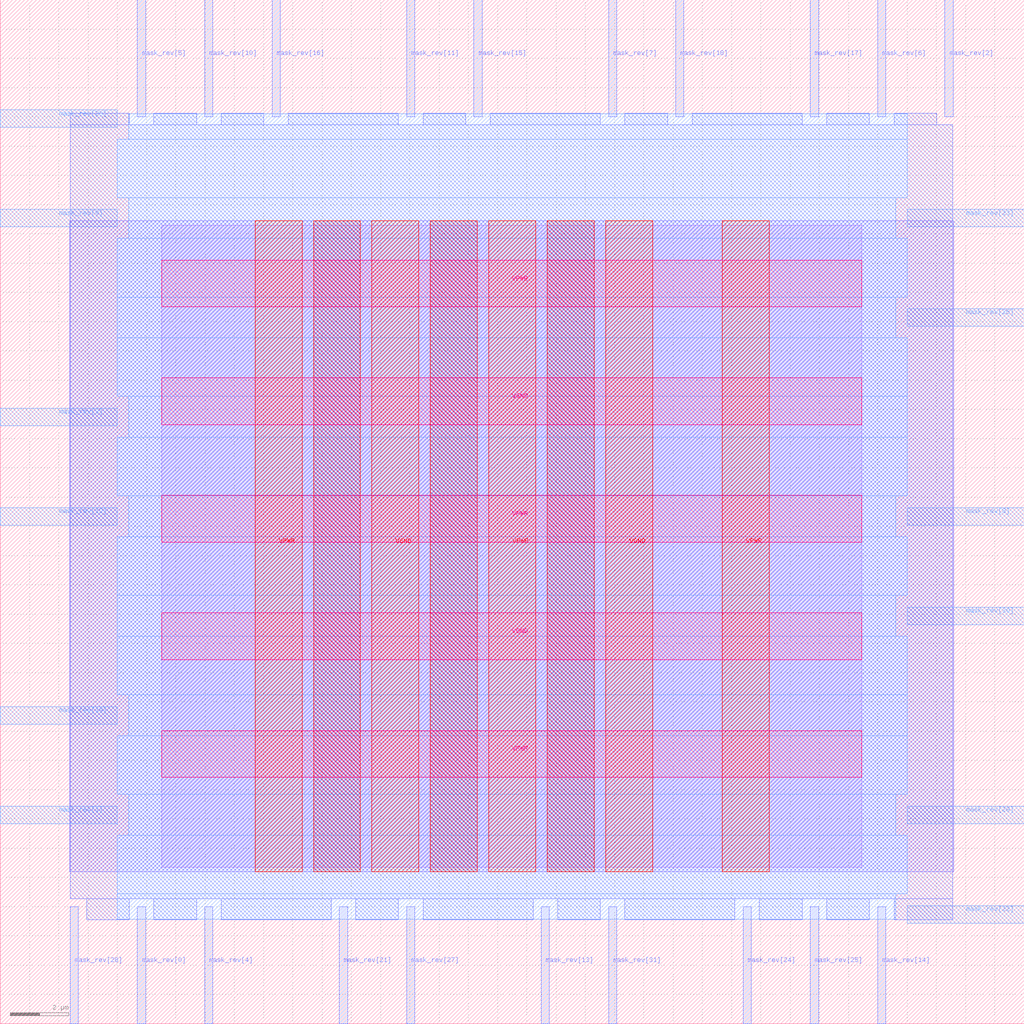
<source format=lef>
VERSION 5.7 ;
  NOWIREEXTENSIONATPIN ON ;
  DIVIDERCHAR "/" ;
  BUSBITCHARS "[]" ;
MACRO user_id_programming
  CLASS BLOCK ;
  FOREIGN user_id_programming ;
  ORIGIN 0.000 0.000 ;
  SIZE 35.000 BY 35.000 ;
  PIN mask_rev[0]
    DIRECTION OUTPUT TRISTATE ;
    USE SIGNAL ;
    PORT
      LAYER met2 ;
        RECT 4.690 0.000 4.970 4.000 ;
    END
  END mask_rev[0]
  PIN mask_rev[10]
    DIRECTION OUTPUT TRISTATE ;
    USE SIGNAL ;
    PORT
      LAYER met2 ;
        RECT 6.990 31.000 7.270 35.000 ;
    END
  END mask_rev[10]
  PIN mask_rev[11]
    DIRECTION OUTPUT TRISTATE ;
    USE SIGNAL ;
    PORT
      LAYER met2 ;
        RECT 13.890 31.000 14.170 35.000 ;
    END
  END mask_rev[11]
  PIN mask_rev[12]
    DIRECTION OUTPUT TRISTATE ;
    USE SIGNAL ;
    PORT
      LAYER met3 ;
        RECT 0.000 17.040 4.000 17.640 ;
    END
  END mask_rev[12]
  PIN mask_rev[13]
    DIRECTION OUTPUT TRISTATE ;
    USE SIGNAL ;
    PORT
      LAYER met2 ;
        RECT 18.490 0.000 18.770 4.000 ;
    END
  END mask_rev[13]
  PIN mask_rev[14]
    DIRECTION OUTPUT TRISTATE ;
    USE SIGNAL ;
    PORT
      LAYER met2 ;
        RECT 29.990 0.000 30.270 4.000 ;
    END
  END mask_rev[14]
  PIN mask_rev[15]
    DIRECTION OUTPUT TRISTATE ;
    USE SIGNAL ;
    PORT
      LAYER met2 ;
        RECT 16.190 31.000 16.470 35.000 ;
    END
  END mask_rev[15]
  PIN mask_rev[16]
    DIRECTION OUTPUT TRISTATE ;
    USE SIGNAL ;
    PORT
      LAYER met2 ;
        RECT 9.290 31.000 9.570 35.000 ;
    END
  END mask_rev[16]
  PIN mask_rev[17]
    DIRECTION OUTPUT TRISTATE ;
    USE SIGNAL ;
    PORT
      LAYER met2 ;
        RECT 27.690 31.000 27.970 35.000 ;
    END
  END mask_rev[17]
  PIN mask_rev[18]
    DIRECTION OUTPUT TRISTATE ;
    USE SIGNAL ;
    PORT
      LAYER met2 ;
        RECT 23.090 31.000 23.370 35.000 ;
    END
  END mask_rev[18]
  PIN mask_rev[19]
    DIRECTION OUTPUT TRISTATE ;
    USE SIGNAL ;
    PORT
      LAYER met3 ;
        RECT 0.000 10.240 4.000 10.840 ;
    END
  END mask_rev[19]
  PIN mask_rev[1]
    DIRECTION OUTPUT TRISTATE ;
    USE SIGNAL ;
    PORT
      LAYER met3 ;
        RECT 0.000 6.840 4.000 7.440 ;
    END
  END mask_rev[1]
  PIN mask_rev[20]
    DIRECTION OUTPUT TRISTATE ;
    USE SIGNAL ;
    PORT
      LAYER met3 ;
        RECT 0.000 30.640 4.000 31.240 ;
    END
  END mask_rev[20]
  PIN mask_rev[21]
    DIRECTION OUTPUT TRISTATE ;
    USE SIGNAL ;
    PORT
      LAYER met2 ;
        RECT 11.590 0.000 11.870 4.000 ;
    END
  END mask_rev[21]
  PIN mask_rev[22]
    DIRECTION OUTPUT TRISTATE ;
    USE SIGNAL ;
    PORT
      LAYER met3 ;
        RECT 31.000 3.440 35.000 4.040 ;
    END
  END mask_rev[22]
  PIN mask_rev[23]
    DIRECTION OUTPUT TRISTATE ;
    USE SIGNAL ;
    PORT
      LAYER met3 ;
        RECT 31.000 27.240 35.000 27.840 ;
    END
  END mask_rev[23]
  PIN mask_rev[24]
    DIRECTION OUTPUT TRISTATE ;
    USE SIGNAL ;
    PORT
      LAYER met2 ;
        RECT 25.390 0.000 25.670 4.000 ;
    END
  END mask_rev[24]
  PIN mask_rev[25]
    DIRECTION OUTPUT TRISTATE ;
    USE SIGNAL ;
    PORT
      LAYER met2 ;
        RECT 27.690 0.000 27.970 4.000 ;
    END
  END mask_rev[25]
  PIN mask_rev[26]
    DIRECTION OUTPUT TRISTATE ;
    USE SIGNAL ;
    PORT
      LAYER met3 ;
        RECT 31.000 23.840 35.000 24.440 ;
    END
  END mask_rev[26]
  PIN mask_rev[27]
    DIRECTION OUTPUT TRISTATE ;
    USE SIGNAL ;
    PORT
      LAYER met2 ;
        RECT 13.890 0.000 14.170 4.000 ;
    END
  END mask_rev[27]
  PIN mask_rev[28]
    DIRECTION OUTPUT TRISTATE ;
    USE SIGNAL ;
    PORT
      LAYER met2 ;
        RECT 2.390 0.000 2.670 4.000 ;
    END
  END mask_rev[28]
  PIN mask_rev[29]
    DIRECTION OUTPUT TRISTATE ;
    USE SIGNAL ;
    PORT
      LAYER met3 ;
        RECT 31.000 6.840 35.000 7.440 ;
    END
  END mask_rev[29]
  PIN mask_rev[2]
    DIRECTION OUTPUT TRISTATE ;
    USE SIGNAL ;
    PORT
      LAYER met2 ;
        RECT 32.290 31.000 32.570 35.000 ;
    END
  END mask_rev[2]
  PIN mask_rev[30]
    DIRECTION OUTPUT TRISTATE ;
    USE SIGNAL ;
    PORT
      LAYER met3 ;
        RECT 31.000 13.640 35.000 14.240 ;
    END
  END mask_rev[30]
  PIN mask_rev[31]
    DIRECTION OUTPUT TRISTATE ;
    USE SIGNAL ;
    PORT
      LAYER met2 ;
        RECT 20.790 0.000 21.070 4.000 ;
    END
  END mask_rev[31]
  PIN mask_rev[3]
    DIRECTION OUTPUT TRISTATE ;
    USE SIGNAL ;
    PORT
      LAYER met3 ;
        RECT 0.000 20.440 4.000 21.040 ;
    END
  END mask_rev[3]
  PIN mask_rev[4]
    DIRECTION OUTPUT TRISTATE ;
    USE SIGNAL ;
    PORT
      LAYER met2 ;
        RECT 6.990 0.000 7.270 4.000 ;
    END
  END mask_rev[4]
  PIN mask_rev[5]
    DIRECTION OUTPUT TRISTATE ;
    USE SIGNAL ;
    PORT
      LAYER met2 ;
        RECT 4.690 31.000 4.970 35.000 ;
    END
  END mask_rev[5]
  PIN mask_rev[6]
    DIRECTION OUTPUT TRISTATE ;
    USE SIGNAL ;
    PORT
      LAYER met2 ;
        RECT 29.990 31.000 30.270 35.000 ;
    END
  END mask_rev[6]
  PIN mask_rev[7]
    DIRECTION OUTPUT TRISTATE ;
    USE SIGNAL ;
    PORT
      LAYER met2 ;
        RECT 20.790 31.000 21.070 35.000 ;
    END
  END mask_rev[7]
  PIN mask_rev[8]
    DIRECTION OUTPUT TRISTATE ;
    USE SIGNAL ;
    PORT
      LAYER met3 ;
        RECT 31.000 17.040 35.000 17.640 ;
    END
  END mask_rev[8]
  PIN mask_rev[9]
    DIRECTION OUTPUT TRISTATE ;
    USE SIGNAL ;
    PORT
      LAYER met3 ;
        RECT 0.000 27.240 4.000 27.840 ;
    END
  END mask_rev[9]
  PIN VPWR
    DIRECTION INOUT ;
    USE POWER ;
    PORT
      LAYER met4 ;
        RECT 24.685 5.200 26.285 27.440 ;
    END
  END VPWR
  PIN VPWR
    DIRECTION INOUT ;
    USE POWER ;
    PORT
      LAYER met4 ;
        RECT 16.700 5.200 18.300 27.440 ;
    END
  END VPWR
  PIN VPWR
    DIRECTION INOUT ;
    USE POWER ;
    PORT
      LAYER met4 ;
        RECT 8.715 5.200 10.315 27.440 ;
    END
  END VPWR
  PIN VPWR
    DIRECTION INOUT ;
    USE POWER ;
    PORT
      LAYER met5 ;
        RECT 5.520 24.500 29.440 26.100 ;
    END
  END VPWR
  PIN VPWR
    DIRECTION INOUT ;
    USE POWER ;
    PORT
      LAYER met5 ;
        RECT 5.520 16.460 29.440 18.060 ;
    END
  END VPWR
  PIN VPWR
    DIRECTION INOUT ;
    USE POWER ;
    PORT
      LAYER met5 ;
        RECT 5.520 8.420 29.440 10.020 ;
    END
  END VPWR
  PIN VGND
    DIRECTION INOUT ;
    USE GROUND ;
    PORT
      LAYER met4 ;
        RECT 20.695 5.200 22.295 27.440 ;
    END
  END VGND
  PIN VGND
    DIRECTION INOUT ;
    USE GROUND ;
    PORT
      LAYER met4 ;
        RECT 12.705 5.200 14.305 27.440 ;
    END
  END VGND
  PIN VGND
    DIRECTION INOUT ;
    USE GROUND ;
    PORT
      LAYER met5 ;
        RECT 5.520 20.480 29.440 22.080 ;
    END
  END VGND
  PIN VGND
    DIRECTION INOUT ;
    USE GROUND ;
    PORT
      LAYER met5 ;
        RECT 5.520 12.440 29.440 14.040 ;
    END
  END VGND
  OBS
      LAYER li1 ;
        RECT 5.520 5.355 29.440 27.285 ;
      LAYER met1 ;
        RECT 2.370 5.200 32.590 27.440 ;
      LAYER met2 ;
        RECT 2.400 30.720 4.410 31.125 ;
        RECT 5.250 30.720 6.710 31.125 ;
        RECT 7.550 30.720 9.010 31.125 ;
        RECT 9.850 30.720 13.610 31.125 ;
        RECT 14.450 30.720 15.910 31.125 ;
        RECT 16.750 30.720 20.510 31.125 ;
        RECT 21.350 30.720 22.810 31.125 ;
        RECT 23.650 30.720 27.410 31.125 ;
        RECT 28.250 30.720 29.710 31.125 ;
        RECT 30.550 30.720 32.010 31.125 ;
        RECT 2.400 4.280 32.560 30.720 ;
        RECT 2.950 3.555 4.410 4.280 ;
        RECT 5.250 3.555 6.710 4.280 ;
        RECT 7.550 3.555 11.310 4.280 ;
        RECT 12.150 3.555 13.610 4.280 ;
        RECT 14.450 3.555 18.210 4.280 ;
        RECT 19.050 3.555 20.510 4.280 ;
        RECT 21.350 3.555 25.110 4.280 ;
        RECT 25.950 3.555 27.410 4.280 ;
        RECT 28.250 3.555 29.710 4.280 ;
        RECT 30.550 3.555 32.560 4.280 ;
      LAYER met3 ;
        RECT 4.400 30.240 31.000 31.105 ;
        RECT 4.000 28.240 31.000 30.240 ;
        RECT 4.400 26.840 30.600 28.240 ;
        RECT 4.000 24.840 31.000 26.840 ;
        RECT 4.000 23.440 30.600 24.840 ;
        RECT 4.000 21.440 31.000 23.440 ;
        RECT 4.400 20.040 31.000 21.440 ;
        RECT 4.000 18.040 31.000 20.040 ;
        RECT 4.400 16.640 30.600 18.040 ;
        RECT 4.000 14.640 31.000 16.640 ;
        RECT 4.000 13.240 30.600 14.640 ;
        RECT 4.000 11.240 31.000 13.240 ;
        RECT 4.400 9.840 31.000 11.240 ;
        RECT 4.000 7.840 31.000 9.840 ;
        RECT 4.400 6.440 30.600 7.840 ;
        RECT 4.000 4.440 31.000 6.440 ;
        RECT 4.000 3.575 30.600 4.440 ;
      LAYER met4 ;
        RECT 10.715 5.200 12.305 27.440 ;
        RECT 14.705 5.200 16.300 27.440 ;
        RECT 18.700 5.200 20.295 27.440 ;
  END
END user_id_programming
END LIBRARY


</source>
